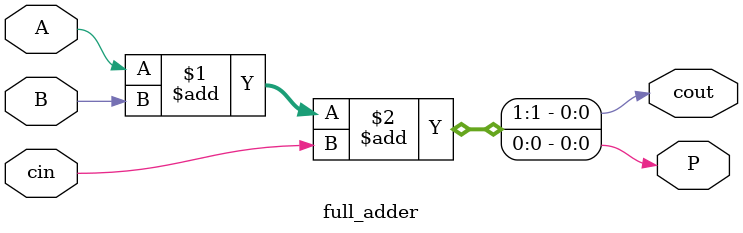
<source format=v>
`timescale 1ns / 1ps
/*******************************************************************
* Module: full_adder.v
* Project: Arch-Project-1
* Authors: Nadine Safwat nadine.hkm@aucegypt.edu
           Nour Kasaby N.Kasaby@aucegypt.edu
* Description: This module is a full adder that takes 3 inputs, carries
               out addition and then and outputs the sum and the carry
* Change history: 26/09/23 – Created module in lab
**********************************************************************/


module full_adder(
    input A,
    input B,
    input cin,
    output P,
    output cout
    );

    assign {cout,P} = A + B + cin;

endmodule

</source>
